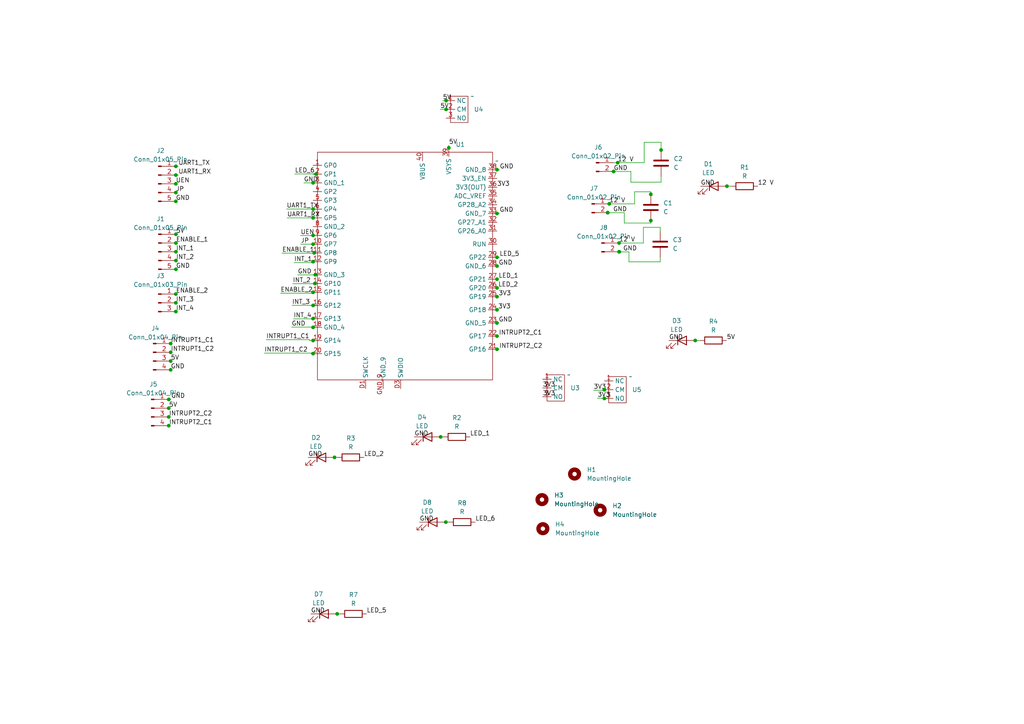
<source format=kicad_sch>
(kicad_sch (version 20230121) (generator eeschema)
  (paper "A4")
  (lib_symbols
    (symbol "Connector:Conn_01x02_Pin" (pin_names (offset 1.016) hide)
      (property "Reference" "J" (at 0 2.54 0))
      (property "Value" "Conn_01x02_Pin" (at 0 -5.08 0))
      (symbol "Conn_01x02_Pin_1_1"
        (polyline (pts (xy 1.27 -2.54) (xy 0.8636 -2.54)) (stroke (width 0.1524)))
        (polyline (pts (xy 1.27 0) (xy 0.8636 0)) (stroke (width 0.1524)))
        (rectangle (start 0.8636 -2.413) (end 0 -2.667) (stroke (width 0.1524)) (fill (type outline)))
        (rectangle (start 0.8636 0.127) (end 0 -0.127) (stroke (width 0.1524)) (fill (type outline)))
        (pin passive line (at 5.08 0 180) (length 3.81) (name "Pin_1") (number "1"))
        (pin passive line (at 5.08 -2.54 180) (length 3.81) (name "Pin_2") (number "2"))
      )
    )
    (symbol "Connector:Conn_01x03_Pin" (pin_names (offset 1.016) hide)
      (property "Reference" "J" (at 0 5.08 0))
      (property "Value" "Conn_01x03_Pin" (at 0 -5.08 0))
      (symbol "Conn_01x03_Pin_1_1"
        (polyline (pts (xy 1.27 -2.54) (xy 0.8636 -2.54)) (stroke (width 0.1524)))
        (polyline (pts (xy 1.27 0) (xy 0.8636 0)) (stroke (width 0.1524)))
        (polyline (pts (xy 1.27 2.54) (xy 0.8636 2.54)) (stroke (width 0.1524)))
        (rectangle (start 0.8636 -2.413) (end 0 -2.667) (stroke (width 0.1524)) (fill (type outline)))
        (rectangle (start 0.8636 0.127) (end 0 -0.127) (stroke (width 0.1524)) (fill (type outline)))
        (rectangle (start 0.8636 2.667) (end 0 2.413) (stroke (width 0.1524)) (fill (type outline)))
        (pin passive line (at 5.08 2.54 180) (length 3.81) (name "Pin_1") (number "1"))
        (pin passive line (at 5.08 0 180) (length 3.81) (name "Pin_2") (number "2"))
        (pin passive line (at 5.08 -2.54 180) (length 3.81) (name "Pin_3") (number "3"))
      )
    )
    (symbol "Connector:Conn_01x04_Pin" (pin_names (offset 1.016) hide)
      (property "Reference" "J" (at 0 5.08 0))
      (property "Value" "Conn_01x04_Pin" (at 0 -7.62 0))
      (symbol "Conn_01x04_Pin_1_1"
        (polyline (pts (xy 1.27 -5.08) (xy 0.8636 -5.08)) (stroke (width 0.1524)))
        (polyline (pts (xy 1.27 -2.54) (xy 0.8636 -2.54)) (stroke (width 0.1524)))
        (polyline (pts (xy 1.27 0) (xy 0.8636 0)) (stroke (width 0.1524)))
        (polyline (pts (xy 1.27 2.54) (xy 0.8636 2.54)) (stroke (width 0.1524)))
        (rectangle (start 0.8636 -4.953) (end 0 -5.207) (stroke (width 0.1524)) (fill (type outline)))
        (rectangle (start 0.8636 -2.413) (end 0 -2.667) (stroke (width 0.1524)) (fill (type outline)))
        (rectangle (start 0.8636 0.127) (end 0 -0.127) (stroke (width 0.1524)) (fill (type outline)))
        (rectangle (start 0.8636 2.667) (end 0 2.413) (stroke (width 0.1524)) (fill (type outline)))
        (pin passive line (at 5.08 2.54 180) (length 3.81) (name "Pin_1") (number "1"))
        (pin passive line (at 5.08 0 180) (length 3.81) (name "Pin_2") (number "2"))
        (pin passive line (at 5.08 -2.54 180) (length 3.81) (name "Pin_3") (number "3"))
        (pin passive line (at 5.08 -5.08 180) (length 3.81) (name "Pin_4") (number "4"))
      )
    )
    (symbol "Connector:Conn_01x05_Pin" (pin_names (offset 1.016) hide)
      (property "Reference" "J" (at 0 7.62 0))
      (property "Value" "Conn_01x05_Pin" (at 0 -7.62 0))
      (symbol "Conn_01x05_Pin_1_1"
        (polyline (pts (xy 1.27 -5.08) (xy 0.8636 -5.08)) (stroke (width 0.1524)))
        (polyline (pts (xy 1.27 -2.54) (xy 0.8636 -2.54)) (stroke (width 0.1524)))
        (polyline (pts (xy 1.27 0) (xy 0.8636 0)) (stroke (width 0.1524)))
        (polyline (pts (xy 1.27 2.54) (xy 0.8636 2.54)) (stroke (width 0.1524)))
        (polyline (pts (xy 1.27 5.08) (xy 0.8636 5.08)) (stroke (width 0.1524)))
        (rectangle (start 0.8636 -4.953) (end 0 -5.207) (stroke (width 0.1524)) (fill (type outline)))
        (rectangle (start 0.8636 -2.413) (end 0 -2.667) (stroke (width 0.1524)) (fill (type outline)))
        (rectangle (start 0.8636 0.127) (end 0 -0.127) (stroke (width 0.1524)) (fill (type outline)))
        (rectangle (start 0.8636 2.667) (end 0 2.413) (stroke (width 0.1524)) (fill (type outline)))
        (rectangle (start 0.8636 5.207) (end 0 4.953) (stroke (width 0.1524)) (fill (type outline)))
        (pin passive line (at 5.08 5.08 180) (length 3.81) (name "Pin_1") (number "1"))
        (pin passive line (at 5.08 2.54 180) (length 3.81) (name "Pin_2") (number "2"))
        (pin passive line (at 5.08 0 180) (length 3.81) (name "Pin_3") (number "3"))
        (pin passive line (at 5.08 -2.54 180) (length 3.81) (name "Pin_4") (number "4"))
        (pin passive line (at 5.08 -5.08 180) (length 3.81) (name "Pin_5") (number "5"))
      )
    )
    (symbol "Device:C" (pin_numbers hide) (pin_names (offset 0.254))
      (property "Reference" "C" (at 0.635 2.54 0))
      (property "Value" "C" (at 0.635 -2.54 0))
      (symbol "C_0_1"
        (polyline (pts (xy -2.032 -0.762) (xy 2.032 -0.762)) (stroke (width 0.508)))
        (polyline (pts (xy -2.032 0.762) (xy 2.032 0.762)) (stroke (width 0.508)))
      )
      (symbol "C_1_1"
        (pin passive line (at 0 3.81 270) (length 2.794) (name "~") (number "1"))
        (pin passive line (at 0 -3.81 90) (length 2.794) (name "~") (number "2"))
      )
    )
    (symbol "Device:LED" (pin_numbers hide) (pin_names (offset 1.016) hide)
      (property "Reference" "D" (at 0 2.54 0))
      (property "Value" "LED" (at 0 -2.54 0))
      (symbol "LED_0_1"
        (polyline (pts (xy -1.27 -1.27) (xy -1.27 1.27)) (stroke (width 0.254)))
        (polyline (pts (xy -1.27 0) (xy 1.27 0)))
        (polyline (pts (xy 1.27 -1.27) (xy 1.27 1.27) (xy -1.27 0) (xy 1.27 -1.27)) (stroke (width 0.254)))
        (polyline (pts (xy -3.048 -0.762) (xy -4.572 -2.286) (xy -3.81 -2.286) (xy -4.572 -2.286) (xy -4.572 -1.524)))
        (polyline (pts (xy -1.778 -0.762) (xy -3.302 -2.286) (xy -2.54 -2.286) (xy -3.302 -2.286) (xy -3.302 -1.524)))
      )
      (symbol "LED_1_1"
        (pin passive line (at -3.81 0 0) (length 2.54) (name "K") (number "1"))
        (pin passive line (at 3.81 0 180) (length 2.54) (name "A") (number "2"))
      )
    )
    (symbol "Device:R" (pin_numbers hide) (pin_names (offset 0))
      (property "Reference" "R" (at 2.032 0 90))
      (property "Value" "R" (at 0 0 90))
      (symbol "R_0_1"
        (rectangle (start -1.016 -2.54) (end 1.016 2.54) (stroke (width 0.254)))
      )
      (symbol "R_1_1"
        (pin passive line (at 0 3.81 270) (length 1.27) (name "~") (number "1"))
        (pin passive line (at 0 -3.81 90) (length 1.27) (name "~") (number "2"))
      )
    )
    (symbol "Mechanical:MountingHole" (pin_names (offset 1.016))
      (property "Reference" "H" (at 0 5.08 0))
      (property "Value" "MountingHole" (at 0 3.175 0))
      (symbol "MountingHole_0_1"
        (circle (center 0 0) (radius 1.27) (stroke (width 1.27)))
      )
    )
    (symbol "SWITCH:SWITCH"
      (property "Reference" "U" (at 0 0 0))
      (symbol "SWITCH_0_1"
        (rectangle (start -6.35 0) (end -1.27 -7.62))
      )
      (symbol "SWITCH_1_1"
        (pin free line (at -7.62 -1.27 0) (length 2.54) (name "NC") (number "1"))
        (pin free line (at -7.62 -3.81 0) (length 2.54) (name "CM") (number "2"))
        (pin free line (at -7.62 -6.35 0) (length 2.54) (name "NO") (number "3"))
      )
    )
    (symbol "pi_pico:pi_pico"
      (property "Reference" "U" (at 0 0 0))
      (symbol "pi_pico_0_1"
        (rectangle (start -52.07 2.54) (end -1.27 -63.5))
      )
      (symbol "pi_pico_1_1"
        (pin free line (at -53.34 -1.27 0) (length 2.54) (name "GP0") (number "1"))
        (pin free line (at -53.34 -24.13 0) (length 2.54) (name "GP7") (number "10"))
        (pin free line (at -53.34 -26.67 0) (length 2.54) (name "GP8") (number "11"))
        (pin free line (at -53.34 -29.21 0) (length 2.54) (name "GP9") (number "12"))
        (pin free line (at -53.34 -33.02 0) (length 2.54) (name "GND_3") (number "13"))
        (pin free line (at -53.34 -35.56 0) (length 2.54) (name "GP10") (number "14"))
        (pin free line (at -53.34 -38.1 0) (length 2.54) (name "GP11") (number "15"))
        (pin free line (at -53.34 -41.91 0) (length 2.54) (name "GP12") (number "16"))
        (pin free line (at -53.34 -45.72 0) (length 2.54) (name "GP13") (number "17"))
        (pin free line (at -53.34 -48.26 0) (length 2.54) (name "GND_4") (number "18"))
        (pin free line (at -53.34 -52.07 0) (length 2.54) (name "GP14") (number "19"))
        (pin free line (at -53.34 -3.81 0) (length 2.54) (name "GP1") (number "2"))
        (pin free line (at -53.34 -55.88 0) (length 2.54) (name "GP15") (number "20"))
        (pin free line (at 0 -54.61 180) (length 2.54) (name "GP16") (number "21"))
        (pin free line (at 0 -50.8 180) (length 2.54) (name "GP17") (number "22"))
        (pin free line (at 0 -46.99 180) (length 2.54) (name "GND_5") (number "23"))
        (pin free line (at 0 -43.18 180) (length 2.54) (name "GP18") (number "24"))
        (pin free line (at 0 -39.37 180) (length 2.54) (name "GP19") (number "25"))
        (pin free line (at 0 -36.83 180) (length 2.54) (name "GP20") (number "26"))
        (pin free line (at 0 -34.29 180) (length 2.54) (name "GP21") (number "27"))
        (pin free line (at 0 -30.48 180) (length 2.54) (name "GND_6") (number "28"))
        (pin free line (at 0 -27.94 180) (length 2.54) (name "GP22") (number "29"))
        (pin free line (at -53.34 -6.35 0) (length 2.54) (name "GND_1") (number "3"))
        (pin free line (at 0 -24.13 180) (length 2.54) (name "RUN") (number "30"))
        (pin free line (at 0 -20.32 180) (length 2.54) (name "GP26_A0") (number "31"))
        (pin free line (at 0 -17.78 180) (length 2.54) (name "GP27_A1") (number "32"))
        (pin free line (at 0 -15.24 180) (length 2.54) (name "GND_7") (number "33"))
        (pin free line (at 0 -12.7 180) (length 2.54) (name "GP28_A2") (number "34"))
        (pin free line (at 0 -10.16 180) (length 2.54) (name "ADC_VREF") (number "35"))
        (pin free line (at 0 -7.62 180) (length 2.54) (name "3V3(OUT)") (number "36"))
        (pin free line (at 0 -5.08 180) (length 2.54) (name "3V3_EN") (number "37"))
        (pin free line (at 0 -2.54 180) (length 2.54) (name "GND_8") (number "38"))
        (pin free line (at -13.97 3.81 270) (length 2.54) (name "VSYS") (number "39"))
        (pin free line (at -53.34 -8.89 0) (length 2.54) (name "GP2") (number "4"))
        (pin free line (at -21.59 2.54 270) (length 2.54) (name "VBUS") (number "40"))
        (pin free line (at -53.34 -11.43 0) (length 2.54) (name "GP3") (number "5"))
        (pin free line (at -53.34 -13.97 0) (length 2.54) (name "GP4") (number "6"))
        (pin free line (at -53.34 -16.51 0) (length 2.54) (name "GP5") (number "7"))
        (pin free line (at -53.34 -19.05 0) (length 2.54) (name "GND_2") (number "8"))
        (pin free line (at -53.34 -21.59 0) (length 2.54) (name "GP6") (number "9"))
        (pin free line (at -38.1 -66.04 90) (length 2.54) (name "SWCLK") (number "D1"))
        (pin free line (at -27.94 -66.04 90) (length 2.54) (name "SWDIO") (number "D3"))
        (pin free line (at -33.02 -66.04 90) (length 2.54) (name "GND_9") (number "GND_9"))
      )
    )
  )
  (junction (at 90.805 94.9452))
  (junction (at 51.0286 73.025))
  (junction (at 49.5046 102.1842))
  (junction (at 90.805 98.7552))
  (junction (at 127.8128 126.7206))
  (junction (at 179.6034 73.0504))
  (junction (at 51.0032 50.7746))
  (junction (at 177.9778 49.7332))
  (junction (at 91.4908 79.7052))
  (junction (at 179.5526 70.485))
  (junction (at 90.805 60.6552))
  (junction (at 51.0286 67.945))
  (junction (at 51.0032 48.2346))
  (junction (at 51.0032 53.3146))
  (junction (at 179.5526 73.025))
  (junction (at 144.145 49.2252))
  (junction (at 49.5046 107.2642))
  (junction (at 191.7446 43.5102))
  (junction (at 144.145 89.8652))
  (junction (at 51.0032 58.3946))
  (junction (at 51.0032 87.8332))
  (junction (at 90.805 70.8152))
  (junction (at 179.1462 47.1932))
  (junction (at 129.3876 29.1846))
  (junction (at 51.0032 55.8546))
  (junction (at 176.2506 61.6712))
  (junction (at 48.9458 118.3894))
  (junction (at 90.805 53.0352))
  (junction (at 90.805 84.7852))
  (junction (at 97.79 178.054))
  (junction (at 130.175 42.8752))
  (junction (at 51.0032 85.2932))
  (junction (at 48.9458 120.9294))
  (junction (at 175.2854 113.03))
  (junction (at 144.145 83.5152))
  (junction (at 144.145 61.9252))
  (junction (at 144.145 86.0552))
  (junction (at 210.8454 54.0004))
  (junction (at 144.145 74.6252))
  (junction (at 129.3114 151.4348))
  (junction (at 91.1352 73.3552))
  (junction (at 129.3876 31.7246))
  (junction (at 51.0286 78.105))
  (junction (at 176.7078 59.1312))
  (junction (at 97.028 132.6642))
  (junction (at 51.0286 70.485))
  (junction (at 144.145 80.9752))
  (junction (at 188.7728 63.9826))
  (junction (at 90.805 92.4052))
  (junction (at 91.6432 50.4952))
  (junction (at 188.7728 56.3626))
  (junction (at 90.805 102.5652))
  (junction (at 51.0032 90.3732))
  (junction (at 48.9458 115.8494))
  (junction (at 144.145 77.1652))
  (junction (at 90.805 68.2752))
  (junction (at 48.9458 123.4694))
  (junction (at 91.3384 82.2452))
  (junction (at 144.145 97.4852))
  (junction (at 175.2854 115.57))
  (junction (at 90.805 75.8952))
  (junction (at 49.5046 99.6442))
  (junction (at 144.145 93.6752))
  (junction (at 176.2506 61.6966))
  (junction (at 201.6506 98.7552))
  (junction (at 144.145 101.2952))
  (junction (at 90.805 88.5952))
  (junction (at 51.0286 75.565))
  (junction (at 49.5046 104.7242))
  (junction (at 90.805 63.1952))
  (wire (pts (xy 188.7728 56.3626) (xy 188.7728 55.626)))
  (wire (pts (xy 143.7132 86.0552) (xy 144.145 86.0552)))
  (wire (pts (xy 177.2158 49.7332) (xy 177.9778 49.7332)))
  (wire (pts (xy 51.0032 53.3146) (xy 51.054 53.3146)))
  (wire (pts (xy 179.5526 73.025) (xy 179.6034 73.025)))
  (wire (pts (xy 191.4906 74.6506) (xy 191.4906 75.946)))
  (wire (pts (xy 90.7796 68.2752) (xy 90.805 68.2752)))
  (wire (pts (xy 50.8508 53.3146) (xy 51.0032 53.3146)))
  (wire (pts (xy 90.805 84.7852) (xy 91.5162 84.7852)))
  (wire (pts (xy 90.805 94.9452) (xy 91.5162 94.9452)))
  (wire (pts (xy 50.8508 90.3732) (xy 51.0032 90.3732)))
  (wire (pts (xy 87.1728 68.326) (xy 91.059 68.326)))
  (wire (pts (xy 178.4858 73.025) (xy 179.5526 73.025)))
  (wire (pts (xy 176.2506 61.6966) (xy 181.0766 61.6966)))
  (wire (pts (xy 188.7728 55.626) (xy 184.0484 55.626)))
  (wire (pts (xy 127.4826 126.7206) (xy 127.8128 126.7206)))
  (wire (pts (xy 90.5002 94.869) (xy 90.5002 94.9452)))
  (wire (pts (xy 90.805 75.8952) (xy 91.4146 75.8952)))
  (wire (pts (xy 50.7238 58.3946) (xy 51.0032 58.3946)))
  (wire (pts (xy 84.8868 82.296) (xy 91.3384 82.296)))
  (wire (pts (xy 90.805 92.4052) (xy 91.5416 92.4052)))
  (wire (pts (xy 48.4378 115.8494) (xy 48.9458 115.8494)))
  (wire (pts (xy 175.9204 61.6712) (xy 176.2506 61.6712)))
  (wire (pts (xy 184.0484 55.626) (xy 184.0484 59.1312)))
  (wire (pts (xy 182.4228 75.946) (xy 182.4228 73.0504)))
  (wire (pts (xy 144.145 77.1652) (xy 144.2466 77.1652)))
  (wire (pts (xy 191.7446 43.5102) (xy 191.7446 43.7896)))
  (wire (pts (xy 130.175 42.8752) (xy 130.175 43.18)))
  (wire (pts (xy 91.6432 50.4952) (xy 91.7702 50.4952)))
  (wire (pts (xy 90.424 84.7852) (xy 90.805 84.7852)))
  (wire (pts (xy 97.79 178.054) (xy 98.7044 178.054)))
  (wire (pts (xy 49.2252 102.1842) (xy 49.5046 102.1842)))
  (wire (pts (xy 179.1462 47.1932) (xy 186.8424 47.1932)))
  (wire (pts (xy 129.3876 31.7246) (xy 129.9972 31.7246)))
  (wire (pts (xy 90.805 70.8152) (xy 90.9574 70.8152)))
  (wire (pts (xy 144.3228 49.276) (xy 144.3228 49.2252)))
  (wire (pts (xy 48.6156 118.3894) (xy 48.9458 118.3894)))
  (wire (pts (xy 49.1998 104.7242) (xy 49.5046 104.7242)))
  (wire (pts (xy 143.7132 74.6252) (xy 144.145 74.6252)))
  (wire (pts (xy 51.0032 48.2346) (xy 51.7144 48.2346)))
  (wire (pts (xy 90.2716 102.4128) (xy 90.2716 102.5652)))
  (wire (pts (xy 50.8254 73.025) (xy 51.0286 73.025)))
  (wire (pts (xy 51.0286 67.945) (xy 51.054 67.945)))
  (wire (pts (xy 143.6116 49.2252) (xy 144.145 49.2252)))
  (wire (pts (xy 191.7446 41.275) (xy 191.7446 43.5102)))
  (wire (pts (xy 50.8254 48.2346) (xy 51.0032 48.2346)))
  (wire (pts (xy 179.6034 73.0504) (xy 182.4228 73.0504)))
  (wire (pts (xy 177.9778 49.7332) (xy 182.9816 49.7332)))
  (wire (pts (xy 127.8128 126.7206) (xy 128.7018 126.7206)))
  (wire (pts (xy 48.9458 115.8494) (xy 49.022 115.8494)))
  (wire (pts (xy 76.6826 102.4128) (xy 90.2716 102.4128)))
  (wire (pts (xy 90.805 88.5952) (xy 91.694 88.5952)))
  (wire (pts (xy 172.1358 113.1824) (xy 175.0822 113.1824)))
  (wire (pts (xy 144.907 49.276) (xy 144.3228 49.276)))
  (wire (pts (xy 175.0822 113.1824) (xy 175.0822 113.03)))
  (wire (pts (xy 91.6432 50.4444) (xy 91.6432 50.4952)))
  (wire (pts (xy 144.8562 61.849) (xy 144.2974 61.849)))
  (wire (pts (xy 86.3346 79.7306) (xy 91.4908 79.7306)))
  (wire (pts (xy 188.7728 56.515) (xy 188.7728 56.3626)))
  (wire (pts (xy 90.3478 92.4814) (xy 90.3478 92.4052)))
  (wire (pts (xy 51.0032 55.8546) (xy 51.0286 55.8546)))
  (wire (pts (xy 49.0982 107.2642) (xy 49.5046 107.2642)))
  (wire (pts (xy 85.4964 50.4444) (xy 91.6432 50.4444)))
  (wire (pts (xy 50.8 85.2932) (xy 51.0032 85.2932)))
  (wire (pts (xy 179.6034 73.0504) (xy 179.6034 73.025)))
  (wire (pts (xy 144.145 83.5152) (xy 144.4752 83.5152)))
  (wire (pts (xy 96.5962 132.6642) (xy 97.028 132.6642)))
  (wire (pts (xy 175.2854 113.03) (xy 176.2506 113.03)))
  (wire (pts (xy 191.4906 65.9384) (xy 186.6138 65.9384)))
  (wire (pts (xy 175.0822 113.03) (xy 175.2854 113.03)))
  (wire (pts (xy 128.8796 151.4348) (xy 129.3114 151.4348)))
  (wire (pts (xy 144.145 101.2952) (xy 144.1704 101.2952)))
  (wire (pts (xy 181.0766 64.6938) (xy 181.0766 61.6966)))
  (wire (pts (xy 51.054 78.105) (xy 51.054 78.1304)))
  (wire (pts (xy 49.0982 99.6442) (xy 49.5046 99.6442)))
  (wire (pts (xy 188.7728 63.8556) (xy 188.7728 63.9826)))
  (wire (pts (xy 84.6836 88.5698) (xy 91.694 88.5698)))
  (wire (pts (xy 90.3986 75.8952) (xy 90.805 75.8952)))
  (wire (pts (xy 174.7774 115.57) (xy 175.2854 115.57)))
  (wire (pts (xy 188.7728 64.6938) (xy 181.0766 64.6938)))
  (wire (pts (xy 191.7446 52.832) (xy 182.9816 52.832)))
  (wire (pts (xy 91.3384 82.296) (xy 91.3384 82.2452)))
  (wire (pts (xy 129.3114 151.4348) (xy 130.2258 151.4348)))
  (wire (pts (xy 186.8424 41.275) (xy 191.7446 41.275)))
  (wire (pts (xy 48.6664 120.9294) (xy 48.9458 120.9294)))
  (wire (pts (xy 51.0032 90.3732) (xy 51.0286 90.3732)))
  (wire (pts (xy 48.4378 115.824) (xy 48.4378 115.8494)))
  (wire (pts (xy 90.805 79.7052) (xy 91.4908 79.7052)))
  (wire (pts (xy 176.2506 61.6712) (xy 176.7078 61.6712)))
  (wire (pts (xy 91.059 68.326) (xy 91.059 68.2752)))
  (wire (pts (xy 87.2236 70.8152) (xy 90.805 70.8152)))
  (wire (pts (xy 143.7386 83.5152) (xy 144.145 83.5152)))
  (wire (pts (xy 128.397 29.1846) (xy 129.3876 29.1846)))
  (wire (pts (xy 90.805 82.2452) (xy 91.3384 82.2452)))
  (wire (pts (xy 88.1126 53.0352) (xy 90.805 53.0352)))
  (wire (pts (xy 174.7774 115.4938) (xy 174.7774 115.57)))
  (wire (pts (xy 90.805 63.1952) (xy 90.9828 63.1952)))
  (wire (pts (xy 49.5046 107.2642) (xy 49.5808 107.2642)))
  (wire (pts (xy 89.8144 98.7552) (xy 90.805 98.7552)))
  (wire (pts (xy 81.8134 73.4314) (xy 91.1352 73.4314)))
  (wire (pts (xy 51.0032 85.2932) (xy 51.054 85.2932)))
  (wire (pts (xy 83.2612 63.1952) (xy 90.805 63.1952)))
  (wire (pts (xy 144.2466 77.1906) (xy 144.2466 77.1652)))
  (wire (pts (xy 91.1352 73.3552) (xy 91.2876 73.3552)))
  (wire (pts (xy 144.145 89.8652) (xy 144.4498 89.8652)))
  (wire (pts (xy 175.2854 115.57) (xy 176.1998 115.57)))
  (wire (pts (xy 97.028 132.6642) (xy 97.9424 132.6642)))
  (wire (pts (xy 144.7546 101.3206) (xy 143.5354 101.3206)))
  (wire (pts (xy 144.145 80.9752) (xy 144.5768 80.9752)))
  (wire (pts (xy 201.3204 98.7552) (xy 201.6506 98.7552)))
  (wire (pts (xy 48.9458 123.4694) (xy 48.9966 123.4694)))
  (wire (pts (xy 50.8508 70.485) (xy 51.0286 70.485)))
  (wire (pts (xy 178.6128 73.0504) (xy 179.6034 73.0504)))
  (wire (pts (xy 144.6022 77.1906) (xy 144.2466 77.1906)))
  (wire (pts (xy 50.5968 55.8546) (xy 51.0032 55.8546)))
  (wire (pts (xy 90.805 60.6298) (xy 90.805 60.6552)))
  (wire (pts (xy 97.3582 178.054) (xy 97.79 178.054)))
  (wire (pts (xy 90.805 60.6552) (xy 90.9574 60.6552)))
  (wire (pts (xy 182.9816 52.832) (xy 182.9816 49.7332)))
  (wire (pts (xy 49.5046 99.6442) (xy 49.5554 99.6442)))
  (wire (pts (xy 77.1906 98.5266) (xy 89.8144 98.5266)))
  (wire (pts (xy 84.5566 94.869) (xy 90.5002 94.869)))
  (wire (pts (xy 51.0032 87.8332) (xy 51.054 87.8332)))
  (wire (pts (xy 143.6878 61.9252) (xy 144.145 61.9252)))
  (wire (pts (xy 48.9458 120.9294) (xy 48.9712 120.9294)))
  (wire (pts (xy 179.1716 70.485) (xy 179.5526 70.485)))
  (wire (pts (xy 91.1352 73.4314) (xy 91.1352 73.3552)))
  (wire (pts (xy 91.694 88.5698) (xy 91.694 88.5952)))
  (wire (pts (xy 144.145 61.9252) (xy 144.2974 61.9252)))
  (wire (pts (xy 85.2932 76.1492) (xy 90.3986 76.1492)))
  (wire (pts (xy 90.805 102.5652) (xy 91.3892 102.5652)))
  (wire (pts (xy 81.3562 85.0392) (xy 90.424 85.0392)))
  (wire (pts (xy 176.2506 61.6966) (xy 176.2506 61.6712)))
  (wire (pts (xy 50.7238 78.105) (xy 51.0286 78.105)))
  (wire (pts (xy 186.8424 47.1932) (xy 186.8424 41.275)))
  (wire (pts (xy 143.5608 77.1652) (xy 144.145 77.1652)))
  (wire (pts (xy 127.6858 31.7246) (xy 129.3876 31.7246)))
  (wire (pts (xy 143.8148 80.9752) (xy 144.145 80.9752)))
  (wire (pts (xy 129.3876 29.1846) (xy 130.048 29.1846)))
  (wire (pts (xy 144.145 86.0552) (xy 144.5514 86.0552)))
  (wire (pts (xy 90.805 68.2752) (xy 91.059 68.2752)))
  (wire (pts (xy 191.4906 75.946) (xy 182.4228 75.946)))
  (wire (pts (xy 188.7728 63.9826) (xy 188.7728 64.6938)))
  (wire (pts (xy 210.8454 54.0004) (xy 212.1662 54.0004)))
  (wire (pts (xy 50.7492 75.565) (xy 51.0286 75.565)))
  (wire (pts (xy 176.7078 59.1312) (xy 184.0484 59.1312)))
  (wire (pts (xy 90.805 50.4952) (xy 91.6432 50.4952)))
  (wire (pts (xy 90.7796 88.5952) (xy 90.805 88.5952)))
  (wire (pts (xy 85.1154 92.4814) (xy 90.3478 92.4814)))
  (wire (pts (xy 83.1088 60.6298) (xy 90.805 60.6298)))
  (wire (pts (xy 144.145 49.2252) (xy 144.3228 49.2252)))
  (wire (pts (xy 50.7492 67.945) (xy 51.0286 67.945)))
  (wire (pts (xy 49.5046 104.7242) (xy 49.5554 104.7242)))
  (wire (pts (xy 90.3986 76.1492) (xy 90.3986 75.8952)))
  (wire (pts (xy 143.8656 97.4852) (xy 144.145 97.4852)))
  (wire (pts (xy 51.0286 78.105) (xy 51.054 78.105)))
  (wire (pts (xy 49.5046 102.1842) (xy 49.53 102.1842)))
  (wire (pts (xy 91.4908 79.7052) (xy 91.5924 79.7052)))
  (wire (pts (xy 90.5002 94.9452) (xy 90.805 94.9452)))
  (wire (pts (xy 49.6062 115.824) (xy 48.4378 115.824)))
  (wire (pts (xy 90.805 98.7552) (xy 91.2876 98.7552)))
  (wire (pts (xy 201.6506 98.7552) (xy 203.1238 98.7552)))
  (wire (pts (xy 91.4908 79.7306) (xy 91.4908 79.7052)))
  (wire (pts (xy 51.0032 50.7746) (xy 51.7144 50.7746)))
  (wire (pts (xy 191.4906 67.0306) (xy 191.4906 65.9384)))
  (wire (pts (xy 143.4338 93.6752) (xy 144.145 93.6752)))
  (wire (pts (xy 130.175 42.1386) (xy 130.175 42.8752)))
  (wire (pts (xy 177.9778 47.1932) (xy 179.1462 47.1932)))
  (wire (pts (xy 144.145 93.6752) (xy 144.6022 93.6752)))
  (wire (pts (xy 51.0286 75.565) (xy 51.054 75.565)))
  (wire (pts (xy 90.424 85.0392) (xy 90.424 84.7852)))
  (wire (pts (xy 91.1352 73.3552) (xy 90.805 73.3552)))
  (wire (pts (xy 51.0286 70.485) (xy 51.054 70.485)))
  (wire (pts (xy 90.3478 92.4052) (xy 90.805 92.4052)))
  (wire (pts (xy 48.6664 123.4694) (xy 48.9458 123.4694)))
  (wire (pts (xy 143.5354 101.3206) (xy 143.5354 101.2952)))
  (wire (pts (xy 144.2974 61.849) (xy 144.2974 61.9252)))
  (wire (pts (xy 91.3384 82.2452) (xy 91.4654 82.2452)))
  (wire (pts (xy 179.5526 70.485) (xy 186.6138 70.485)))
  (wire (pts (xy 89.8144 98.5266) (xy 89.8144 98.7552)))
  (wire (pts (xy 210.4136 54.0004) (xy 210.8454 54.0004)))
  (wire (pts (xy 90.2716 102.5652) (xy 90.805 102.5652)))
  (wire (pts (xy 173.2788 115.4938) (xy 174.7774 115.4938)))
  (wire (pts (xy 50.8254 50.7746) (xy 51.0032 50.7746)))
  (wire (pts (xy 191.7446 51.1302) (xy 191.7446 52.832)))
  (wire (pts (xy 144.145 97.4852) (xy 144.653 97.4852)))
  (wire (pts (xy 186.6138 65.9384) (xy 186.6138 70.485)))
  (wire (pts (xy 143.7132 89.8652) (xy 144.145 89.8652)))
  (wire (pts (xy 176.3776 59.1312) (xy 176.7078 59.1312)))
  (wire (pts (xy 48.9458 118.3894) (xy 48.9966 118.3894)))
  (wire (pts (xy 144.145 74.6252) (xy 144.8562 74.6252)))
  (wire (pts (xy 90.805 53.0352) (xy 91.0082 53.0352)))
  (wire (pts (xy 51.0286 73.025) (xy 51.054 73.025)))
  (wire (pts (xy 51.0032 58.3946) (xy 51.0286 58.3946)))
  (wire (pts (xy 175.8442 61.6966) (xy 176.2506 61.6966)))
  (wire (pts (xy 143.5354 101.2952) (xy 144.145 101.2952)))
  (wire (pts (xy 179.1462 47.244) (xy 179.1462 47.1932)))
  (wire (pts (xy 50.8 87.8332) (xy 51.0032 87.8332)))
  (label "GND" (at 177.9778 49.7332 0))
  (label "GND" (at 121.6914 151.4348 0))
  (label "UEN" (at 87.1728 68.326 0))
  (label "ENABLE_1" (at 51.0286 70.485 0))
  (label "JP" (at 50.9778 55.8546 0))
  (label "INT_2" (at 51.0286 75.565 0))
  (label "GND" (at 194.0306 98.7552 0))
  (label "3V3" (at 144.4498 89.8652 0))
  (label "UART1_TX" (at 83.1088 60.6298 0))
  (label "INT_3" (at 51.0032 87.8332 0))
  (label "GND" (at 49.6062 115.824 0))
  (label "5V" (at 49.5046 104.7242 0))
  (label "5V" (at 128.397 29.1846 0))
  (label "INT_1" (at 85.2932 76.1492 0))
  (label "12 V" (at 179.1462 47.244 0))
  (label "JP" (at 87.2236 70.8152 0))
  (label "UEN" (at 50.9778 53.3146 0))
  (label "GND" (at 144.6022 93.6752 0))
  (label "LED_1" (at 144.5768 80.9752 0))
  (label "INT_2" (at 84.8868 82.296 0))
  (label "GND" (at 177.8 61.6966 0))
  (label "GND" (at 180.6956 73.0504 0))
  (label "INTRUPT1_C2" (at 49.5046 102.1842 0))
  (label "3V3" (at 173.2788 115.4938 0))
  (label "INTRUPT1_C1" (at 49.5046 99.6442 0))
  (label "INT_1" (at 51.0286 73.025 0))
  (label "UART1_RX" (at 83.2612 63.1952 0))
  (label "GND" (at 50.9778 58.3946 0))
  (label "GND" (at 89.408 132.6642 0))
  (label "GND" (at 84.5566 94.869 0))
  (label "3V3" (at 157.3784 115.062 0))
  (label "UART1_RX" (at 51.7144 50.7746 0))
  (label "GND" (at 88.1126 53.0352 0))
  (label "GND" (at 120.1928 126.7206 0))
  (label "ENABLE_2" (at 81.3562 85.0392 0))
  (label "INTRUPT2_C1" (at 144.653 97.4852 0))
  (label "INT_4" (at 85.1154 92.4814 0))
  (label "INT_4" (at 51.0032 90.3732 0))
  (label "LED_6" (at 85.4964 50.4444 0))
  (label "INT_3" (at 84.6836 88.5698 0))
  (label "3V3" (at 144.145 54.3052 0))
  (label "INTRUPT1_C2" (at 76.6826 102.4128 0))
  (label "LED_2" (at 144.4752 83.5152 0))
  (label "5V" (at 127.6858 31.7246 0))
  (label "INTRUPT2_C2" (at 144.7546 101.3206 0))
  (label "UART1_TX" (at 51.7144 48.2346 0))
  (label "GND" (at 49.5046 107.2642 0))
  (label "LED_2" (at 105.5624 132.6642 0))
  (label "3V3" (at 157.3784 112.522 0))
  (label "INTRUPT2_C2" (at 48.9712 120.9294 0))
  (label "LED_6" (at 137.8458 151.4348 0))
  (label "12 V" (at 219.7862 54.0004 0))
  (label "INTRUPT2_C1" (at 48.9966 123.4694 0))
  (label "5V" (at 210.7438 98.7552 0))
  (label "GND" (at 144.907 49.276 0))
  (label "12 V" (at 179.5526 70.485 0))
  (label "ENABLE_2" (at 51.0032 85.2932 0))
  (label "3V3" (at 144.5514 86.0552 0))
  (label "GND" (at 86.3346 79.7306 0))
  (label "12 V" (at 176.7078 59.1312 0))
  (label "5V" (at 48.9712 118.3894 0))
  (label "GND" (at 51.0286 78.105 0))
  (label "GND" (at 144.8562 61.849 0))
  (label "5V" (at 130.175 42.1386 0))
  (label "LED_5" (at 106.3244 178.054 0))
  (label "ENABLE_1" (at 81.8134 73.4314 0))
  (label "LED_5" (at 144.8562 74.6252 0))
  (label "GND" (at 203.2254 54.0004 0))
  (label "5V" (at 51.0286 67.945 0))
  (label "GND" (at 144.6022 77.1906 0))
  (label "LED_1" (at 136.3218 126.7206 0))
  (label "GND" (at 90.17 178.054 0))
  (label "INTRUPT1_C1" (at 77.1906 98.5266 0))
  (label "3V3" (at 172.1358 113.1824 0))
  (symbol (lib_id "Connector:Conn_01x04_Pin") (at 44.4246 102.1842 0) (unit 1)
    (property "Reference" "J4" (at 45.0596 95.25 0))
    (property "Value" "Conn_01x04_Pin" (at 45.0596 97.79 0))
    (property "Footprint" "Connector_JST:JST_EH_B4B-EH-A_1x04_P2.50mm_Vertical" (effects hide))
  )
  (symbol (lib_id "Connector:Conn_01x02_Pin") (at 171.6278 59.1312 0) (unit 1)
    (property "Reference" "J7" (at 172.2628 54.6608 0))
    (property "Value" "Conn_01x02_Pin" (at 172.2628 57.2008 0))
    (property "Footprint" "MY_LIB:bornier2" (effects hide))
  )
  (symbol (lib_id "Device:C") (at 191.4906 70.8406 0) (unit 1)
    (property "Reference" "C3" (at 195.0974 69.5706 0) (effects (justify left)))
    (property "Value" "C" (at 195.0974 72.1106 0) (effects (justify left)))
    (property "Footprint" "MY_LIB:Capacitor_100uF" (effects hide))
  )
  (symbol (lib_id "Device:R") (at 206.9338 98.7552 90) (unit 1)
    (property "Reference" "R4" (at 206.9338 93.218 90))
    (property "Value" "R" (at 206.9338 95.758 90))
    (property "Footprint" "MY_LIB:Resistor_small" (effects hide))
  )
  (symbol (lib_id "SWITCH:SWITCH") (at 137.0076 27.9146 0) (unit 1)
    (property "Reference" "U4" (at 137.4394 31.7246 0) (effects (justify left)))
    (property "Value" "~" (at 137.0076 27.9146 0))
    (property "Footprint" "SWITCH:SWITCH" (effects hide))
  )
  (symbol (lib_id "Device:R") (at 102.5144 178.054 90) (unit 1)
    (property "Reference" "R7" (at 102.5144 172.5168 90))
    (property "Value" "R" (at 102.5144 175.0568 90))
    (property "Footprint" "MY_LIB:Resistor_small" (effects hide))
  )
  (symbol (lib_id "Connector:Conn_01x03_Pin") (at 45.9232 87.8332 0) (unit 1)
    (property "Reference" "J3" (at 46.5582 80.01 0))
    (property "Value" "Conn_01x03_Pin" (at 46.5582 82.55 0))
    (property "Footprint" "Connector_JST:JST_EH_B3B-EH-A_1x03_P2.50mm_Vertical" (effects hide))
  )
  (symbol (lib_id "Connector:Conn_01x02_Pin") (at 174.4726 70.485 0) (unit 1)
    (property "Reference" "J8" (at 175.1076 66.0146 0))
    (property "Value" "Conn_01x02_Pin" (at 175.1076 68.5546 0))
    (property "Footprint" "MY_LIB:bornier2" (effects hide))
  )
  (symbol (lib_id "Device:R") (at 215.9762 54.0004 90) (unit 1)
    (property "Reference" "R1" (at 215.9762 48.5394 90))
    (property "Value" "R" (at 215.9762 51.0794 90))
    (property "Footprint" "MY_LIB:Resistor_small" (effects hide))
  )
  (symbol (lib_id "Mechanical:MountingHole") (at 166.6494 137.4902 0) (unit 1)
    (property "Reference" "H1" (at 170.18 136.2202 0) (effects (justify left)))
    (property "Value" "MountingHole" (at 170.18 138.7602 0) (effects (justify left)))
    (property "Footprint" "MountingHole:MountingHole_3.5mm" (effects hide))
  )
  (symbol (lib_id "SWITCH:SWITCH") (at 182.9054 109.22 0) (unit 1)
    (property "Reference" "U5" (at 183.3372 113.03 0) (effects (justify left)))
    (property "Value" "~" (at 182.9054 109.22 0))
    (property "Footprint" "SWITCH:SWITCH" (effects hide))
  )
  (symbol (lib_id "Device:R") (at 101.7524 132.6642 90) (unit 1)
    (property "Reference" "R3" (at 101.7524 127.127 90))
    (property "Value" "R" (at 101.7524 129.667 90))
    (property "Footprint" "MY_LIB:Resistor_small" (effects hide))
  )
  (symbol (lib_id "Device:LED") (at 197.8406 98.7552 0) (unit 1)
    (property "Reference" "D3" (at 196.2531 93.0402 0))
    (property "Value" "LED" (at 196.2531 95.5802 0))
    (property "Footprint" "MY_LIB:LED_D3.0mm" (effects hide))
  )
  (symbol (lib_id "Device:LED") (at 125.5014 151.4348 0) (unit 1)
    (property "Reference" "D8" (at 123.9139 145.7198 0))
    (property "Value" "LED" (at 123.9139 148.2598 0))
    (property "Footprint" "MY_LIB:LED_D3.0mm" (effects hide))
  )
  (symbol (lib_id "Device:LED") (at 93.98 178.054 0) (unit 1)
    (property "Reference" "D7" (at 92.3925 172.339 0))
    (property "Value" "LED" (at 92.3925 174.879 0))
    (property "Footprint" "MY_LIB:LED_D3.0mm" (effects hide))
  )
  (symbol (lib_id "Connector:Conn_01x05_Pin") (at 45.9486 73.025 0) (unit 1)
    (property "Reference" "J1" (at 46.5836 63.5 0))
    (property "Value" "Conn_01x05_Pin" (at 46.5836 66.04 0))
    (property "Footprint" "Connector_JST:JST_EH_B5B-EH-A_1x05_P2.50mm_Vertical" (effects hide))
  )
  (symbol (lib_id "Mechanical:MountingHole") (at 174.0662 147.9804 0) (unit 1)
    (property "Reference" "H2" (at 177.5968 146.7104 0) (effects (justify left)))
    (property "Value" "MountingHole" (at 177.5968 149.2504 0) (effects (justify left)))
    (property "Footprint" "MountingHole:MountingHole_3.5mm" (effects hide))
  )
  (symbol (lib_id "pi_pico:pi_pico") (at 144.145 46.6852 0) (unit 1)
    (property "Reference" "U1" (at 132.1309 41.91 0) (effects (justify left)))
    (property "Value" "~" (at 144.145 46.6852 0))
    (property "Footprint" "pi_pico:pi_pico" (effects hide))
  )
  (symbol (lib_id "Mechanical:MountingHole") (at 157.2006 144.907 0) (unit 1)
    (property "Reference" "H3" (at 160.7312 143.637 0) (effects (justify left)))
    (property "Value" "MountingHole" (at 160.7312 146.177 0) (effects (justify left)))
    (property "Footprint" "MountingHole:MountingHole_3.5mm" (effects hide))
  )
  (symbol (lib_id "Connector:Conn_01x02_Pin") (at 172.8978 47.1932 0) (unit 1)
    (property "Reference" "J6" (at 173.5328 42.7228 0))
    (property "Value" "Conn_01x02_Pin" (at 173.5328 45.2628 0))
    (property "Footprint" "MY_LIB:bornier2" (effects hide))
  )
  (symbol (lib_id "SWITCH:SWITCH") (at 164.9984 108.712 0) (unit 1)
    (property "Reference" "U3" (at 165.4302 112.522 0) (effects (justify left)))
    (property "Value" "~" (at 164.9984 108.712 0))
    (property "Footprint" "SWITCH:SWITCH" (effects hide))
  )
  (symbol (lib_id "Device:LED") (at 93.218 132.6642 0) (unit 1)
    (property "Reference" "D2" (at 91.6305 126.9492 0))
    (property "Value" "LED" (at 91.6305 129.4892 0))
    (property "Footprint" "MY_LIB:LED_D3.0mm" (effects hide))
  )
  (symbol (lib_id "Connector:Conn_01x04_Pin") (at 43.8658 118.3894 0) (unit 1)
    (property "Reference" "J5" (at 44.5008 111.4552 0))
    (property "Value" "Conn_01x04_Pin" (at 44.5008 113.9952 0))
    (property "Footprint" "Connector_JST:JST_EH_B4B-EH-A_1x04_P2.50mm_Vertical" (effects hide))
  )
  (symbol (lib_id "Device:R") (at 134.0358 151.4348 90) (unit 1)
    (property "Reference" "R8" (at 134.0358 145.8976 90))
    (property "Value" "R" (at 134.0358 148.4376 90))
    (property "Footprint" "MY_LIB:Resistor_small" (effects hide))
  )
  (symbol (lib_id "Device:R") (at 132.5118 126.7206 90) (unit 1)
    (property "Reference" "R2" (at 132.5118 121.1834 90))
    (property "Value" "R" (at 132.5118 123.7234 90))
    (property "Footprint" "MY_LIB:Resistor_small" (effects hide))
  )
  (symbol (lib_id "Device:C") (at 188.7728 60.1726 0) (unit 1)
    (property "Reference" "C1" (at 192.3796 58.9026 0) (effects (justify left)))
    (property "Value" "C" (at 192.3796 61.4426 0) (effects (justify left)))
    (property "Footprint" "MY_LIB:Capacitor_100uF" (effects hide))
  )
  (symbol (lib_id "Connector:Conn_01x05_Pin") (at 45.9232 53.3146 0) (unit 1)
    (property "Reference" "J2" (at 46.5582 43.688 0))
    (property "Value" "Conn_01x05_Pin" (at 46.5582 46.228 0))
    (property "Footprint" "Connector_JST:JST_EH_B5B-EH-A_1x05_P2.50mm_Vertical" (effects hide))
  )
  (symbol (lib_id "Device:C") (at 191.7446 47.3202 0) (unit 1)
    (property "Reference" "C2" (at 195.3514 46.0502 0) (effects (justify left)))
    (property "Value" "C" (at 195.3514 48.5902 0) (effects (justify left)))
    (property "Footprint" "MY_LIB:Capacitor_100uF" (effects hide))
  )
  (symbol (lib_id "Device:LED") (at 207.0354 54.0004 0) (unit 1)
    (property "Reference" "D1" (at 205.4479 47.5742 0))
    (property "Value" "LED" (at 205.4479 50.1142 0))
    (property "Footprint" "MY_LIB:LED_D3.0mm" (effects hide))
  )
  (symbol (lib_id "Device:LED") (at 124.0028 126.7206 0) (unit 1)
    (property "Reference" "D4" (at 122.4153 121.0056 0))
    (property "Value" "LED" (at 122.4153 123.5456 0))
    (property "Footprint" "MY_LIB:LED_D3.0mm" (effects hide))
  )
  (symbol (lib_id "Mechanical:MountingHole") (at 157.4546 153.3398 0) (unit 1)
    (property "Reference" "H4" (at 160.9852 152.0698 0) (effects (justify left)))
    (property "Value" "MountingHole" (at 160.9852 154.6098 0) (effects (justify left)))
    (property "Footprint" "MountingHole:MountingHole_3.5mm" (effects hide))
  )
)
</source>
